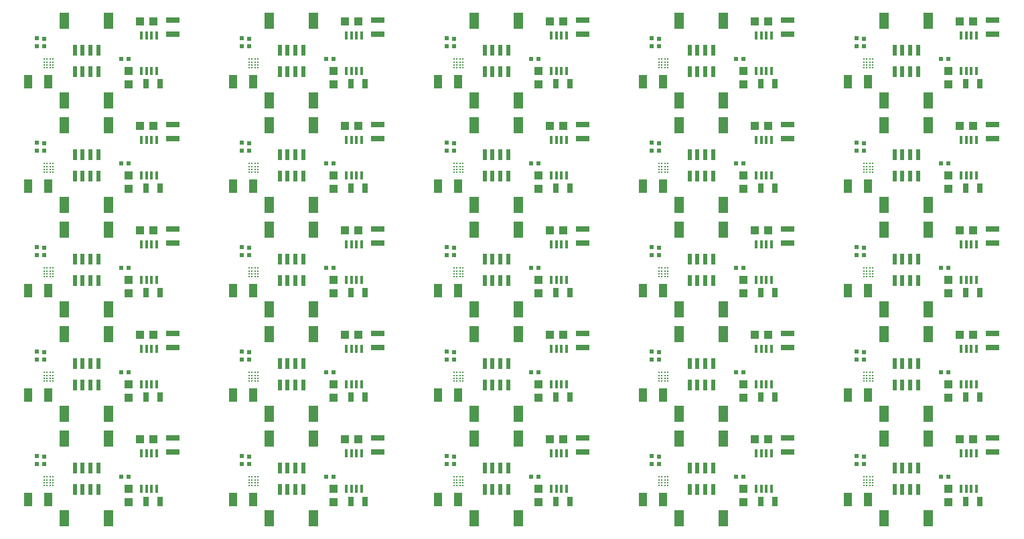
<source format=gtp>
G04 EAGLE Gerber RS-274X export*
G75*
%MOMM*%
%FSLAX34Y34*%
%LPD*%
%INSolderpaste Top*%
%IPPOS*%
%AMOC8*
5,1,8,0,0,1.08239X$1,22.5*%
G01*
%ADD10R,0.400000X1.100000*%
%ADD11C,0.180000*%
%ADD12R,1.000000X1.800000*%
%ADD13R,1.000000X1.100000*%
%ADD14R,0.600000X0.600000*%
%ADD15R,1.100000X1.000000*%
%ADD16R,0.800000X1.200000*%
%ADD17R,1.800000X0.800000*%
%ADD18R,1.200000X2.000000*%
%ADD19R,0.600000X1.350000*%


D10*
X215490Y96160D03*
X208990Y96160D03*
X202490Y96160D03*
X195990Y96160D03*
X195990Y51160D03*
X202490Y51160D03*
X208990Y51160D03*
X215490Y51160D03*
D11*
X73560Y55640D03*
X73560Y59140D03*
X73560Y62640D03*
X73560Y66140D03*
X77060Y55640D03*
X77060Y59140D03*
X77060Y62640D03*
X77060Y66140D03*
X80560Y59140D03*
X80560Y55640D03*
X84060Y55640D03*
X84060Y59140D03*
X84060Y62640D03*
X84060Y66140D03*
X80560Y66140D03*
X80560Y62640D03*
D12*
X78286Y38100D03*
X53286Y38100D03*
D13*
X180340Y51680D03*
X180340Y34680D03*
D14*
X170311Y66904D03*
X180311Y66904D03*
D15*
X211700Y114300D03*
X194700Y114300D03*
D16*
X201820Y35560D03*
X219820Y35560D03*
D17*
X236220Y115680D03*
X236220Y97680D03*
D14*
X63805Y82427D03*
X63805Y92427D03*
D18*
X155000Y114728D03*
X99000Y114728D03*
D19*
X142000Y77978D03*
X132000Y77978D03*
X122000Y77978D03*
X112000Y77978D03*
D14*
X73660Y82376D03*
X73660Y92376D03*
D18*
X99000Y14050D03*
X155000Y14050D03*
D19*
X112000Y50800D03*
X122000Y50800D03*
X132000Y50800D03*
X142000Y50800D03*
D10*
X474570Y96160D03*
X468070Y96160D03*
X461570Y96160D03*
X455070Y96160D03*
X455070Y51160D03*
X461570Y51160D03*
X468070Y51160D03*
X474570Y51160D03*
D11*
X332640Y55640D03*
X332640Y59140D03*
X332640Y62640D03*
X332640Y66140D03*
X336140Y55640D03*
X336140Y59140D03*
X336140Y62640D03*
X336140Y66140D03*
X339640Y59140D03*
X339640Y55640D03*
X343140Y55640D03*
X343140Y59140D03*
X343140Y62640D03*
X343140Y66140D03*
X339640Y66140D03*
X339640Y62640D03*
D12*
X337366Y38100D03*
X312366Y38100D03*
D13*
X439420Y51680D03*
X439420Y34680D03*
D14*
X429391Y66904D03*
X439391Y66904D03*
D15*
X470780Y114300D03*
X453780Y114300D03*
D16*
X460900Y35560D03*
X478900Y35560D03*
D17*
X495300Y115680D03*
X495300Y97680D03*
D14*
X322885Y82427D03*
X322885Y92427D03*
D18*
X414080Y114728D03*
X358080Y114728D03*
D19*
X401080Y77978D03*
X391080Y77978D03*
X381080Y77978D03*
X371080Y77978D03*
D14*
X332740Y82376D03*
X332740Y92376D03*
D18*
X358080Y14050D03*
X414080Y14050D03*
D19*
X371080Y50800D03*
X381080Y50800D03*
X391080Y50800D03*
X401080Y50800D03*
D10*
X733650Y96160D03*
X727150Y96160D03*
X720650Y96160D03*
X714150Y96160D03*
X714150Y51160D03*
X720650Y51160D03*
X727150Y51160D03*
X733650Y51160D03*
D11*
X591720Y55640D03*
X591720Y59140D03*
X591720Y62640D03*
X591720Y66140D03*
X595220Y55640D03*
X595220Y59140D03*
X595220Y62640D03*
X595220Y66140D03*
X598720Y59140D03*
X598720Y55640D03*
X602220Y55640D03*
X602220Y59140D03*
X602220Y62640D03*
X602220Y66140D03*
X598720Y66140D03*
X598720Y62640D03*
D12*
X596446Y38100D03*
X571446Y38100D03*
D13*
X698500Y51680D03*
X698500Y34680D03*
D14*
X688471Y66904D03*
X698471Y66904D03*
D15*
X729860Y114300D03*
X712860Y114300D03*
D16*
X719980Y35560D03*
X737980Y35560D03*
D17*
X754380Y115680D03*
X754380Y97680D03*
D14*
X581965Y82427D03*
X581965Y92427D03*
D18*
X673160Y114728D03*
X617160Y114728D03*
D19*
X660160Y77978D03*
X650160Y77978D03*
X640160Y77978D03*
X630160Y77978D03*
D14*
X591820Y82376D03*
X591820Y92376D03*
D18*
X617160Y14050D03*
X673160Y14050D03*
D19*
X630160Y50800D03*
X640160Y50800D03*
X650160Y50800D03*
X660160Y50800D03*
D10*
X992730Y96160D03*
X986230Y96160D03*
X979730Y96160D03*
X973230Y96160D03*
X973230Y51160D03*
X979730Y51160D03*
X986230Y51160D03*
X992730Y51160D03*
D11*
X850800Y55640D03*
X850800Y59140D03*
X850800Y62640D03*
X850800Y66140D03*
X854300Y55640D03*
X854300Y59140D03*
X854300Y62640D03*
X854300Y66140D03*
X857800Y59140D03*
X857800Y55640D03*
X861300Y55640D03*
X861300Y59140D03*
X861300Y62640D03*
X861300Y66140D03*
X857800Y66140D03*
X857800Y62640D03*
D12*
X855526Y38100D03*
X830526Y38100D03*
D13*
X957580Y51680D03*
X957580Y34680D03*
D14*
X947551Y66904D03*
X957551Y66904D03*
D15*
X988940Y114300D03*
X971940Y114300D03*
D16*
X979060Y35560D03*
X997060Y35560D03*
D17*
X1013460Y115680D03*
X1013460Y97680D03*
D14*
X841045Y82427D03*
X841045Y92427D03*
D18*
X932240Y114728D03*
X876240Y114728D03*
D19*
X919240Y77978D03*
X909240Y77978D03*
X899240Y77978D03*
X889240Y77978D03*
D14*
X850900Y82376D03*
X850900Y92376D03*
D18*
X876240Y14050D03*
X932240Y14050D03*
D19*
X889240Y50800D03*
X899240Y50800D03*
X909240Y50800D03*
X919240Y50800D03*
D10*
X1251810Y96160D03*
X1245310Y96160D03*
X1238810Y96160D03*
X1232310Y96160D03*
X1232310Y51160D03*
X1238810Y51160D03*
X1245310Y51160D03*
X1251810Y51160D03*
D11*
X1109880Y55640D03*
X1109880Y59140D03*
X1109880Y62640D03*
X1109880Y66140D03*
X1113380Y55640D03*
X1113380Y59140D03*
X1113380Y62640D03*
X1113380Y66140D03*
X1116880Y59140D03*
X1116880Y55640D03*
X1120380Y55640D03*
X1120380Y59140D03*
X1120380Y62640D03*
X1120380Y66140D03*
X1116880Y66140D03*
X1116880Y62640D03*
D12*
X1114606Y38100D03*
X1089606Y38100D03*
D13*
X1216660Y51680D03*
X1216660Y34680D03*
D14*
X1206631Y66904D03*
X1216631Y66904D03*
D15*
X1248020Y114300D03*
X1231020Y114300D03*
D16*
X1238140Y35560D03*
X1256140Y35560D03*
D17*
X1272540Y115680D03*
X1272540Y97680D03*
D14*
X1100125Y82427D03*
X1100125Y92427D03*
D18*
X1191320Y114728D03*
X1135320Y114728D03*
D19*
X1178320Y77978D03*
X1168320Y77978D03*
X1158320Y77978D03*
X1148320Y77978D03*
D14*
X1109980Y82376D03*
X1109980Y92376D03*
D18*
X1135320Y14050D03*
X1191320Y14050D03*
D19*
X1148320Y50800D03*
X1158320Y50800D03*
X1168320Y50800D03*
X1178320Y50800D03*
D10*
X215490Y228240D03*
X208990Y228240D03*
X202490Y228240D03*
X195990Y228240D03*
X195990Y183240D03*
X202490Y183240D03*
X208990Y183240D03*
X215490Y183240D03*
D11*
X73560Y187720D03*
X73560Y191220D03*
X73560Y194720D03*
X73560Y198220D03*
X77060Y187720D03*
X77060Y191220D03*
X77060Y194720D03*
X77060Y198220D03*
X80560Y191220D03*
X80560Y187720D03*
X84060Y187720D03*
X84060Y191220D03*
X84060Y194720D03*
X84060Y198220D03*
X80560Y198220D03*
X80560Y194720D03*
D12*
X78286Y170180D03*
X53286Y170180D03*
D13*
X180340Y183760D03*
X180340Y166760D03*
D14*
X170311Y198984D03*
X180311Y198984D03*
D15*
X211700Y246380D03*
X194700Y246380D03*
D16*
X201820Y167640D03*
X219820Y167640D03*
D17*
X236220Y247760D03*
X236220Y229760D03*
D14*
X63805Y214507D03*
X63805Y224507D03*
D18*
X155000Y246808D03*
X99000Y246808D03*
D19*
X142000Y210058D03*
X132000Y210058D03*
X122000Y210058D03*
X112000Y210058D03*
D14*
X73660Y214456D03*
X73660Y224456D03*
D18*
X99000Y146130D03*
X155000Y146130D03*
D19*
X112000Y182880D03*
X122000Y182880D03*
X132000Y182880D03*
X142000Y182880D03*
D10*
X474570Y228240D03*
X468070Y228240D03*
X461570Y228240D03*
X455070Y228240D03*
X455070Y183240D03*
X461570Y183240D03*
X468070Y183240D03*
X474570Y183240D03*
D11*
X332640Y187720D03*
X332640Y191220D03*
X332640Y194720D03*
X332640Y198220D03*
X336140Y187720D03*
X336140Y191220D03*
X336140Y194720D03*
X336140Y198220D03*
X339640Y191220D03*
X339640Y187720D03*
X343140Y187720D03*
X343140Y191220D03*
X343140Y194720D03*
X343140Y198220D03*
X339640Y198220D03*
X339640Y194720D03*
D12*
X337366Y170180D03*
X312366Y170180D03*
D13*
X439420Y183760D03*
X439420Y166760D03*
D14*
X429391Y198984D03*
X439391Y198984D03*
D15*
X470780Y246380D03*
X453780Y246380D03*
D16*
X460900Y167640D03*
X478900Y167640D03*
D17*
X495300Y247760D03*
X495300Y229760D03*
D14*
X322885Y214507D03*
X322885Y224507D03*
D18*
X414080Y246808D03*
X358080Y246808D03*
D19*
X401080Y210058D03*
X391080Y210058D03*
X381080Y210058D03*
X371080Y210058D03*
D14*
X332740Y214456D03*
X332740Y224456D03*
D18*
X358080Y146130D03*
X414080Y146130D03*
D19*
X371080Y182880D03*
X381080Y182880D03*
X391080Y182880D03*
X401080Y182880D03*
D10*
X733650Y228240D03*
X727150Y228240D03*
X720650Y228240D03*
X714150Y228240D03*
X714150Y183240D03*
X720650Y183240D03*
X727150Y183240D03*
X733650Y183240D03*
D11*
X591720Y187720D03*
X591720Y191220D03*
X591720Y194720D03*
X591720Y198220D03*
X595220Y187720D03*
X595220Y191220D03*
X595220Y194720D03*
X595220Y198220D03*
X598720Y191220D03*
X598720Y187720D03*
X602220Y187720D03*
X602220Y191220D03*
X602220Y194720D03*
X602220Y198220D03*
X598720Y198220D03*
X598720Y194720D03*
D12*
X596446Y170180D03*
X571446Y170180D03*
D13*
X698500Y183760D03*
X698500Y166760D03*
D14*
X688471Y198984D03*
X698471Y198984D03*
D15*
X729860Y246380D03*
X712860Y246380D03*
D16*
X719980Y167640D03*
X737980Y167640D03*
D17*
X754380Y247760D03*
X754380Y229760D03*
D14*
X581965Y214507D03*
X581965Y224507D03*
D18*
X673160Y246808D03*
X617160Y246808D03*
D19*
X660160Y210058D03*
X650160Y210058D03*
X640160Y210058D03*
X630160Y210058D03*
D14*
X591820Y214456D03*
X591820Y224456D03*
D18*
X617160Y146130D03*
X673160Y146130D03*
D19*
X630160Y182880D03*
X640160Y182880D03*
X650160Y182880D03*
X660160Y182880D03*
D10*
X992730Y228240D03*
X986230Y228240D03*
X979730Y228240D03*
X973230Y228240D03*
X973230Y183240D03*
X979730Y183240D03*
X986230Y183240D03*
X992730Y183240D03*
D11*
X850800Y187720D03*
X850800Y191220D03*
X850800Y194720D03*
X850800Y198220D03*
X854300Y187720D03*
X854300Y191220D03*
X854300Y194720D03*
X854300Y198220D03*
X857800Y191220D03*
X857800Y187720D03*
X861300Y187720D03*
X861300Y191220D03*
X861300Y194720D03*
X861300Y198220D03*
X857800Y198220D03*
X857800Y194720D03*
D12*
X855526Y170180D03*
X830526Y170180D03*
D13*
X957580Y183760D03*
X957580Y166760D03*
D14*
X947551Y198984D03*
X957551Y198984D03*
D15*
X988940Y246380D03*
X971940Y246380D03*
D16*
X979060Y167640D03*
X997060Y167640D03*
D17*
X1013460Y247760D03*
X1013460Y229760D03*
D14*
X841045Y214507D03*
X841045Y224507D03*
D18*
X932240Y246808D03*
X876240Y246808D03*
D19*
X919240Y210058D03*
X909240Y210058D03*
X899240Y210058D03*
X889240Y210058D03*
D14*
X850900Y214456D03*
X850900Y224456D03*
D18*
X876240Y146130D03*
X932240Y146130D03*
D19*
X889240Y182880D03*
X899240Y182880D03*
X909240Y182880D03*
X919240Y182880D03*
D10*
X1251810Y228240D03*
X1245310Y228240D03*
X1238810Y228240D03*
X1232310Y228240D03*
X1232310Y183240D03*
X1238810Y183240D03*
X1245310Y183240D03*
X1251810Y183240D03*
D11*
X1109880Y187720D03*
X1109880Y191220D03*
X1109880Y194720D03*
X1109880Y198220D03*
X1113380Y187720D03*
X1113380Y191220D03*
X1113380Y194720D03*
X1113380Y198220D03*
X1116880Y191220D03*
X1116880Y187720D03*
X1120380Y187720D03*
X1120380Y191220D03*
X1120380Y194720D03*
X1120380Y198220D03*
X1116880Y198220D03*
X1116880Y194720D03*
D12*
X1114606Y170180D03*
X1089606Y170180D03*
D13*
X1216660Y183760D03*
X1216660Y166760D03*
D14*
X1206631Y198984D03*
X1216631Y198984D03*
D15*
X1248020Y246380D03*
X1231020Y246380D03*
D16*
X1238140Y167640D03*
X1256140Y167640D03*
D17*
X1272540Y247760D03*
X1272540Y229760D03*
D14*
X1100125Y214507D03*
X1100125Y224507D03*
D18*
X1191320Y246808D03*
X1135320Y246808D03*
D19*
X1178320Y210058D03*
X1168320Y210058D03*
X1158320Y210058D03*
X1148320Y210058D03*
D14*
X1109980Y214456D03*
X1109980Y224456D03*
D18*
X1135320Y146130D03*
X1191320Y146130D03*
D19*
X1148320Y182880D03*
X1158320Y182880D03*
X1168320Y182880D03*
X1178320Y182880D03*
D10*
X215490Y360320D03*
X208990Y360320D03*
X202490Y360320D03*
X195990Y360320D03*
X195990Y315320D03*
X202490Y315320D03*
X208990Y315320D03*
X215490Y315320D03*
D11*
X73560Y319800D03*
X73560Y323300D03*
X73560Y326800D03*
X73560Y330300D03*
X77060Y319800D03*
X77060Y323300D03*
X77060Y326800D03*
X77060Y330300D03*
X80560Y323300D03*
X80560Y319800D03*
X84060Y319800D03*
X84060Y323300D03*
X84060Y326800D03*
X84060Y330300D03*
X80560Y330300D03*
X80560Y326800D03*
D12*
X78286Y302260D03*
X53286Y302260D03*
D13*
X180340Y315840D03*
X180340Y298840D03*
D14*
X170311Y331064D03*
X180311Y331064D03*
D15*
X211700Y378460D03*
X194700Y378460D03*
D16*
X201820Y299720D03*
X219820Y299720D03*
D17*
X236220Y379840D03*
X236220Y361840D03*
D14*
X63805Y346587D03*
X63805Y356587D03*
D18*
X155000Y378888D03*
X99000Y378888D03*
D19*
X142000Y342138D03*
X132000Y342138D03*
X122000Y342138D03*
X112000Y342138D03*
D14*
X73660Y346536D03*
X73660Y356536D03*
D18*
X99000Y278210D03*
X155000Y278210D03*
D19*
X112000Y314960D03*
X122000Y314960D03*
X132000Y314960D03*
X142000Y314960D03*
D10*
X474570Y360320D03*
X468070Y360320D03*
X461570Y360320D03*
X455070Y360320D03*
X455070Y315320D03*
X461570Y315320D03*
X468070Y315320D03*
X474570Y315320D03*
D11*
X332640Y319800D03*
X332640Y323300D03*
X332640Y326800D03*
X332640Y330300D03*
X336140Y319800D03*
X336140Y323300D03*
X336140Y326800D03*
X336140Y330300D03*
X339640Y323300D03*
X339640Y319800D03*
X343140Y319800D03*
X343140Y323300D03*
X343140Y326800D03*
X343140Y330300D03*
X339640Y330300D03*
X339640Y326800D03*
D12*
X337366Y302260D03*
X312366Y302260D03*
D13*
X439420Y315840D03*
X439420Y298840D03*
D14*
X429391Y331064D03*
X439391Y331064D03*
D15*
X470780Y378460D03*
X453780Y378460D03*
D16*
X460900Y299720D03*
X478900Y299720D03*
D17*
X495300Y379840D03*
X495300Y361840D03*
D14*
X322885Y346587D03*
X322885Y356587D03*
D18*
X414080Y378888D03*
X358080Y378888D03*
D19*
X401080Y342138D03*
X391080Y342138D03*
X381080Y342138D03*
X371080Y342138D03*
D14*
X332740Y346536D03*
X332740Y356536D03*
D18*
X358080Y278210D03*
X414080Y278210D03*
D19*
X371080Y314960D03*
X381080Y314960D03*
X391080Y314960D03*
X401080Y314960D03*
D10*
X733650Y360320D03*
X727150Y360320D03*
X720650Y360320D03*
X714150Y360320D03*
X714150Y315320D03*
X720650Y315320D03*
X727150Y315320D03*
X733650Y315320D03*
D11*
X591720Y319800D03*
X591720Y323300D03*
X591720Y326800D03*
X591720Y330300D03*
X595220Y319800D03*
X595220Y323300D03*
X595220Y326800D03*
X595220Y330300D03*
X598720Y323300D03*
X598720Y319800D03*
X602220Y319800D03*
X602220Y323300D03*
X602220Y326800D03*
X602220Y330300D03*
X598720Y330300D03*
X598720Y326800D03*
D12*
X596446Y302260D03*
X571446Y302260D03*
D13*
X698500Y315840D03*
X698500Y298840D03*
D14*
X688471Y331064D03*
X698471Y331064D03*
D15*
X729860Y378460D03*
X712860Y378460D03*
D16*
X719980Y299720D03*
X737980Y299720D03*
D17*
X754380Y379840D03*
X754380Y361840D03*
D14*
X581965Y346587D03*
X581965Y356587D03*
D18*
X673160Y378888D03*
X617160Y378888D03*
D19*
X660160Y342138D03*
X650160Y342138D03*
X640160Y342138D03*
X630160Y342138D03*
D14*
X591820Y346536D03*
X591820Y356536D03*
D18*
X617160Y278210D03*
X673160Y278210D03*
D19*
X630160Y314960D03*
X640160Y314960D03*
X650160Y314960D03*
X660160Y314960D03*
D10*
X992730Y360320D03*
X986230Y360320D03*
X979730Y360320D03*
X973230Y360320D03*
X973230Y315320D03*
X979730Y315320D03*
X986230Y315320D03*
X992730Y315320D03*
D11*
X850800Y319800D03*
X850800Y323300D03*
X850800Y326800D03*
X850800Y330300D03*
X854300Y319800D03*
X854300Y323300D03*
X854300Y326800D03*
X854300Y330300D03*
X857800Y323300D03*
X857800Y319800D03*
X861300Y319800D03*
X861300Y323300D03*
X861300Y326800D03*
X861300Y330300D03*
X857800Y330300D03*
X857800Y326800D03*
D12*
X855526Y302260D03*
X830526Y302260D03*
D13*
X957580Y315840D03*
X957580Y298840D03*
D14*
X947551Y331064D03*
X957551Y331064D03*
D15*
X988940Y378460D03*
X971940Y378460D03*
D16*
X979060Y299720D03*
X997060Y299720D03*
D17*
X1013460Y379840D03*
X1013460Y361840D03*
D14*
X841045Y346587D03*
X841045Y356587D03*
D18*
X932240Y378888D03*
X876240Y378888D03*
D19*
X919240Y342138D03*
X909240Y342138D03*
X899240Y342138D03*
X889240Y342138D03*
D14*
X850900Y346536D03*
X850900Y356536D03*
D18*
X876240Y278210D03*
X932240Y278210D03*
D19*
X889240Y314960D03*
X899240Y314960D03*
X909240Y314960D03*
X919240Y314960D03*
D10*
X1251810Y360320D03*
X1245310Y360320D03*
X1238810Y360320D03*
X1232310Y360320D03*
X1232310Y315320D03*
X1238810Y315320D03*
X1245310Y315320D03*
X1251810Y315320D03*
D11*
X1109880Y319800D03*
X1109880Y323300D03*
X1109880Y326800D03*
X1109880Y330300D03*
X1113380Y319800D03*
X1113380Y323300D03*
X1113380Y326800D03*
X1113380Y330300D03*
X1116880Y323300D03*
X1116880Y319800D03*
X1120380Y319800D03*
X1120380Y323300D03*
X1120380Y326800D03*
X1120380Y330300D03*
X1116880Y330300D03*
X1116880Y326800D03*
D12*
X1114606Y302260D03*
X1089606Y302260D03*
D13*
X1216660Y315840D03*
X1216660Y298840D03*
D14*
X1206631Y331064D03*
X1216631Y331064D03*
D15*
X1248020Y378460D03*
X1231020Y378460D03*
D16*
X1238140Y299720D03*
X1256140Y299720D03*
D17*
X1272540Y379840D03*
X1272540Y361840D03*
D14*
X1100125Y346587D03*
X1100125Y356587D03*
D18*
X1191320Y378888D03*
X1135320Y378888D03*
D19*
X1178320Y342138D03*
X1168320Y342138D03*
X1158320Y342138D03*
X1148320Y342138D03*
D14*
X1109980Y346536D03*
X1109980Y356536D03*
D18*
X1135320Y278210D03*
X1191320Y278210D03*
D19*
X1148320Y314960D03*
X1158320Y314960D03*
X1168320Y314960D03*
X1178320Y314960D03*
D10*
X215490Y492400D03*
X208990Y492400D03*
X202490Y492400D03*
X195990Y492400D03*
X195990Y447400D03*
X202490Y447400D03*
X208990Y447400D03*
X215490Y447400D03*
D11*
X73560Y451880D03*
X73560Y455380D03*
X73560Y458880D03*
X73560Y462380D03*
X77060Y451880D03*
X77060Y455380D03*
X77060Y458880D03*
X77060Y462380D03*
X80560Y455380D03*
X80560Y451880D03*
X84060Y451880D03*
X84060Y455380D03*
X84060Y458880D03*
X84060Y462380D03*
X80560Y462380D03*
X80560Y458880D03*
D12*
X78286Y434340D03*
X53286Y434340D03*
D13*
X180340Y447920D03*
X180340Y430920D03*
D14*
X170311Y463144D03*
X180311Y463144D03*
D15*
X211700Y510540D03*
X194700Y510540D03*
D16*
X201820Y431800D03*
X219820Y431800D03*
D17*
X236220Y511920D03*
X236220Y493920D03*
D14*
X63805Y478667D03*
X63805Y488667D03*
D18*
X155000Y510968D03*
X99000Y510968D03*
D19*
X142000Y474218D03*
X132000Y474218D03*
X122000Y474218D03*
X112000Y474218D03*
D14*
X73660Y478616D03*
X73660Y488616D03*
D18*
X99000Y410290D03*
X155000Y410290D03*
D19*
X112000Y447040D03*
X122000Y447040D03*
X132000Y447040D03*
X142000Y447040D03*
D10*
X474570Y492400D03*
X468070Y492400D03*
X461570Y492400D03*
X455070Y492400D03*
X455070Y447400D03*
X461570Y447400D03*
X468070Y447400D03*
X474570Y447400D03*
D11*
X332640Y451880D03*
X332640Y455380D03*
X332640Y458880D03*
X332640Y462380D03*
X336140Y451880D03*
X336140Y455380D03*
X336140Y458880D03*
X336140Y462380D03*
X339640Y455380D03*
X339640Y451880D03*
X343140Y451880D03*
X343140Y455380D03*
X343140Y458880D03*
X343140Y462380D03*
X339640Y462380D03*
X339640Y458880D03*
D12*
X337366Y434340D03*
X312366Y434340D03*
D13*
X439420Y447920D03*
X439420Y430920D03*
D14*
X429391Y463144D03*
X439391Y463144D03*
D15*
X470780Y510540D03*
X453780Y510540D03*
D16*
X460900Y431800D03*
X478900Y431800D03*
D17*
X495300Y511920D03*
X495300Y493920D03*
D14*
X322885Y478667D03*
X322885Y488667D03*
D18*
X414080Y510968D03*
X358080Y510968D03*
D19*
X401080Y474218D03*
X391080Y474218D03*
X381080Y474218D03*
X371080Y474218D03*
D14*
X332740Y478616D03*
X332740Y488616D03*
D18*
X358080Y410290D03*
X414080Y410290D03*
D19*
X371080Y447040D03*
X381080Y447040D03*
X391080Y447040D03*
X401080Y447040D03*
D10*
X733650Y492400D03*
X727150Y492400D03*
X720650Y492400D03*
X714150Y492400D03*
X714150Y447400D03*
X720650Y447400D03*
X727150Y447400D03*
X733650Y447400D03*
D11*
X591720Y451880D03*
X591720Y455380D03*
X591720Y458880D03*
X591720Y462380D03*
X595220Y451880D03*
X595220Y455380D03*
X595220Y458880D03*
X595220Y462380D03*
X598720Y455380D03*
X598720Y451880D03*
X602220Y451880D03*
X602220Y455380D03*
X602220Y458880D03*
X602220Y462380D03*
X598720Y462380D03*
X598720Y458880D03*
D12*
X596446Y434340D03*
X571446Y434340D03*
D13*
X698500Y447920D03*
X698500Y430920D03*
D14*
X688471Y463144D03*
X698471Y463144D03*
D15*
X729860Y510540D03*
X712860Y510540D03*
D16*
X719980Y431800D03*
X737980Y431800D03*
D17*
X754380Y511920D03*
X754380Y493920D03*
D14*
X581965Y478667D03*
X581965Y488667D03*
D18*
X673160Y510968D03*
X617160Y510968D03*
D19*
X660160Y474218D03*
X650160Y474218D03*
X640160Y474218D03*
X630160Y474218D03*
D14*
X591820Y478616D03*
X591820Y488616D03*
D18*
X617160Y410290D03*
X673160Y410290D03*
D19*
X630160Y447040D03*
X640160Y447040D03*
X650160Y447040D03*
X660160Y447040D03*
D10*
X992730Y492400D03*
X986230Y492400D03*
X979730Y492400D03*
X973230Y492400D03*
X973230Y447400D03*
X979730Y447400D03*
X986230Y447400D03*
X992730Y447400D03*
D11*
X850800Y451880D03*
X850800Y455380D03*
X850800Y458880D03*
X850800Y462380D03*
X854300Y451880D03*
X854300Y455380D03*
X854300Y458880D03*
X854300Y462380D03*
X857800Y455380D03*
X857800Y451880D03*
X861300Y451880D03*
X861300Y455380D03*
X861300Y458880D03*
X861300Y462380D03*
X857800Y462380D03*
X857800Y458880D03*
D12*
X855526Y434340D03*
X830526Y434340D03*
D13*
X957580Y447920D03*
X957580Y430920D03*
D14*
X947551Y463144D03*
X957551Y463144D03*
D15*
X988940Y510540D03*
X971940Y510540D03*
D16*
X979060Y431800D03*
X997060Y431800D03*
D17*
X1013460Y511920D03*
X1013460Y493920D03*
D14*
X841045Y478667D03*
X841045Y488667D03*
D18*
X932240Y510968D03*
X876240Y510968D03*
D19*
X919240Y474218D03*
X909240Y474218D03*
X899240Y474218D03*
X889240Y474218D03*
D14*
X850900Y478616D03*
X850900Y488616D03*
D18*
X876240Y410290D03*
X932240Y410290D03*
D19*
X889240Y447040D03*
X899240Y447040D03*
X909240Y447040D03*
X919240Y447040D03*
D10*
X1251810Y492400D03*
X1245310Y492400D03*
X1238810Y492400D03*
X1232310Y492400D03*
X1232310Y447400D03*
X1238810Y447400D03*
X1245310Y447400D03*
X1251810Y447400D03*
D11*
X1109880Y451880D03*
X1109880Y455380D03*
X1109880Y458880D03*
X1109880Y462380D03*
X1113380Y451880D03*
X1113380Y455380D03*
X1113380Y458880D03*
X1113380Y462380D03*
X1116880Y455380D03*
X1116880Y451880D03*
X1120380Y451880D03*
X1120380Y455380D03*
X1120380Y458880D03*
X1120380Y462380D03*
X1116880Y462380D03*
X1116880Y458880D03*
D12*
X1114606Y434340D03*
X1089606Y434340D03*
D13*
X1216660Y447920D03*
X1216660Y430920D03*
D14*
X1206631Y463144D03*
X1216631Y463144D03*
D15*
X1248020Y510540D03*
X1231020Y510540D03*
D16*
X1238140Y431800D03*
X1256140Y431800D03*
D17*
X1272540Y511920D03*
X1272540Y493920D03*
D14*
X1100125Y478667D03*
X1100125Y488667D03*
D18*
X1191320Y510968D03*
X1135320Y510968D03*
D19*
X1178320Y474218D03*
X1168320Y474218D03*
X1158320Y474218D03*
X1148320Y474218D03*
D14*
X1109980Y478616D03*
X1109980Y488616D03*
D18*
X1135320Y410290D03*
X1191320Y410290D03*
D19*
X1148320Y447040D03*
X1158320Y447040D03*
X1168320Y447040D03*
X1178320Y447040D03*
D10*
X215490Y624480D03*
X208990Y624480D03*
X202490Y624480D03*
X195990Y624480D03*
X195990Y579480D03*
X202490Y579480D03*
X208990Y579480D03*
X215490Y579480D03*
D11*
X73560Y583960D03*
X73560Y587460D03*
X73560Y590960D03*
X73560Y594460D03*
X77060Y583960D03*
X77060Y587460D03*
X77060Y590960D03*
X77060Y594460D03*
X80560Y587460D03*
X80560Y583960D03*
X84060Y583960D03*
X84060Y587460D03*
X84060Y590960D03*
X84060Y594460D03*
X80560Y594460D03*
X80560Y590960D03*
D12*
X78286Y566420D03*
X53286Y566420D03*
D13*
X180340Y580000D03*
X180340Y563000D03*
D14*
X170311Y595224D03*
X180311Y595224D03*
D15*
X211700Y642620D03*
X194700Y642620D03*
D16*
X201820Y563880D03*
X219820Y563880D03*
D17*
X236220Y644000D03*
X236220Y626000D03*
D14*
X63805Y610747D03*
X63805Y620747D03*
D18*
X155000Y643048D03*
X99000Y643048D03*
D19*
X142000Y606298D03*
X132000Y606298D03*
X122000Y606298D03*
X112000Y606298D03*
D14*
X73660Y610696D03*
X73660Y620696D03*
D18*
X99000Y542370D03*
X155000Y542370D03*
D19*
X112000Y579120D03*
X122000Y579120D03*
X132000Y579120D03*
X142000Y579120D03*
D10*
X474570Y624480D03*
X468070Y624480D03*
X461570Y624480D03*
X455070Y624480D03*
X455070Y579480D03*
X461570Y579480D03*
X468070Y579480D03*
X474570Y579480D03*
D11*
X332640Y583960D03*
X332640Y587460D03*
X332640Y590960D03*
X332640Y594460D03*
X336140Y583960D03*
X336140Y587460D03*
X336140Y590960D03*
X336140Y594460D03*
X339640Y587460D03*
X339640Y583960D03*
X343140Y583960D03*
X343140Y587460D03*
X343140Y590960D03*
X343140Y594460D03*
X339640Y594460D03*
X339640Y590960D03*
D12*
X337366Y566420D03*
X312366Y566420D03*
D13*
X439420Y580000D03*
X439420Y563000D03*
D14*
X429391Y595224D03*
X439391Y595224D03*
D15*
X470780Y642620D03*
X453780Y642620D03*
D16*
X460900Y563880D03*
X478900Y563880D03*
D17*
X495300Y644000D03*
X495300Y626000D03*
D14*
X322885Y610747D03*
X322885Y620747D03*
D18*
X414080Y643048D03*
X358080Y643048D03*
D19*
X401080Y606298D03*
X391080Y606298D03*
X381080Y606298D03*
X371080Y606298D03*
D14*
X332740Y610696D03*
X332740Y620696D03*
D18*
X358080Y542370D03*
X414080Y542370D03*
D19*
X371080Y579120D03*
X381080Y579120D03*
X391080Y579120D03*
X401080Y579120D03*
D10*
X733650Y624480D03*
X727150Y624480D03*
X720650Y624480D03*
X714150Y624480D03*
X714150Y579480D03*
X720650Y579480D03*
X727150Y579480D03*
X733650Y579480D03*
D11*
X591720Y583960D03*
X591720Y587460D03*
X591720Y590960D03*
X591720Y594460D03*
X595220Y583960D03*
X595220Y587460D03*
X595220Y590960D03*
X595220Y594460D03*
X598720Y587460D03*
X598720Y583960D03*
X602220Y583960D03*
X602220Y587460D03*
X602220Y590960D03*
X602220Y594460D03*
X598720Y594460D03*
X598720Y590960D03*
D12*
X596446Y566420D03*
X571446Y566420D03*
D13*
X698500Y580000D03*
X698500Y563000D03*
D14*
X688471Y595224D03*
X698471Y595224D03*
D15*
X729860Y642620D03*
X712860Y642620D03*
D16*
X719980Y563880D03*
X737980Y563880D03*
D17*
X754380Y644000D03*
X754380Y626000D03*
D14*
X581965Y610747D03*
X581965Y620747D03*
D18*
X673160Y643048D03*
X617160Y643048D03*
D19*
X660160Y606298D03*
X650160Y606298D03*
X640160Y606298D03*
X630160Y606298D03*
D14*
X591820Y610696D03*
X591820Y620696D03*
D18*
X617160Y542370D03*
X673160Y542370D03*
D19*
X630160Y579120D03*
X640160Y579120D03*
X650160Y579120D03*
X660160Y579120D03*
D10*
X992730Y624480D03*
X986230Y624480D03*
X979730Y624480D03*
X973230Y624480D03*
X973230Y579480D03*
X979730Y579480D03*
X986230Y579480D03*
X992730Y579480D03*
D11*
X850800Y583960D03*
X850800Y587460D03*
X850800Y590960D03*
X850800Y594460D03*
X854300Y583960D03*
X854300Y587460D03*
X854300Y590960D03*
X854300Y594460D03*
X857800Y587460D03*
X857800Y583960D03*
X861300Y583960D03*
X861300Y587460D03*
X861300Y590960D03*
X861300Y594460D03*
X857800Y594460D03*
X857800Y590960D03*
D12*
X855526Y566420D03*
X830526Y566420D03*
D13*
X957580Y580000D03*
X957580Y563000D03*
D14*
X947551Y595224D03*
X957551Y595224D03*
D15*
X988940Y642620D03*
X971940Y642620D03*
D16*
X979060Y563880D03*
X997060Y563880D03*
D17*
X1013460Y644000D03*
X1013460Y626000D03*
D14*
X841045Y610747D03*
X841045Y620747D03*
D18*
X932240Y643048D03*
X876240Y643048D03*
D19*
X919240Y606298D03*
X909240Y606298D03*
X899240Y606298D03*
X889240Y606298D03*
D14*
X850900Y610696D03*
X850900Y620696D03*
D18*
X876240Y542370D03*
X932240Y542370D03*
D19*
X889240Y579120D03*
X899240Y579120D03*
X909240Y579120D03*
X919240Y579120D03*
D10*
X1251810Y624480D03*
X1245310Y624480D03*
X1238810Y624480D03*
X1232310Y624480D03*
X1232310Y579480D03*
X1238810Y579480D03*
X1245310Y579480D03*
X1251810Y579480D03*
D11*
X1109880Y583960D03*
X1109880Y587460D03*
X1109880Y590960D03*
X1109880Y594460D03*
X1113380Y583960D03*
X1113380Y587460D03*
X1113380Y590960D03*
X1113380Y594460D03*
X1116880Y587460D03*
X1116880Y583960D03*
X1120380Y583960D03*
X1120380Y587460D03*
X1120380Y590960D03*
X1120380Y594460D03*
X1116880Y594460D03*
X1116880Y590960D03*
D12*
X1114606Y566420D03*
X1089606Y566420D03*
D13*
X1216660Y580000D03*
X1216660Y563000D03*
D14*
X1206631Y595224D03*
X1216631Y595224D03*
D15*
X1248020Y642620D03*
X1231020Y642620D03*
D16*
X1238140Y563880D03*
X1256140Y563880D03*
D17*
X1272540Y644000D03*
X1272540Y626000D03*
D14*
X1100125Y610747D03*
X1100125Y620747D03*
D18*
X1191320Y643048D03*
X1135320Y643048D03*
D19*
X1178320Y606298D03*
X1168320Y606298D03*
X1158320Y606298D03*
X1148320Y606298D03*
D14*
X1109980Y610696D03*
X1109980Y620696D03*
D18*
X1135320Y542370D03*
X1191320Y542370D03*
D19*
X1148320Y579120D03*
X1158320Y579120D03*
X1168320Y579120D03*
X1178320Y579120D03*
M02*

</source>
